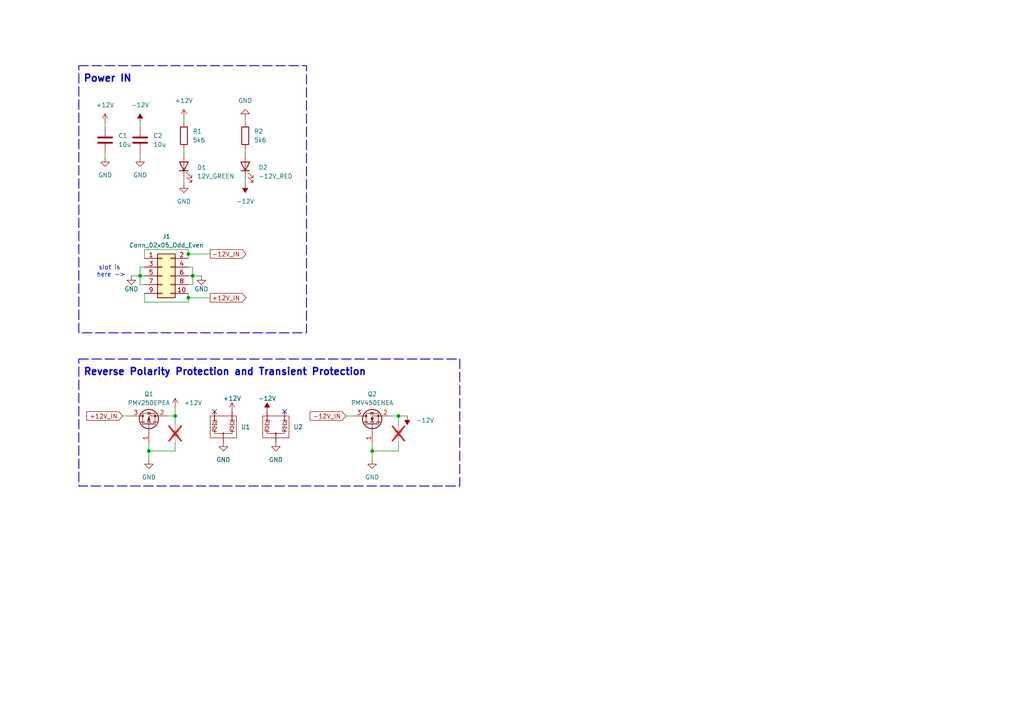
<source format=kicad_sch>
(kicad_sch (version 20231120) (generator "eeschema") (generator_version "8.0")
  (paper "A4")
  (title_block (title "Polar Coordinate Transformator") (date "2024-10-16") (rev "1") (company "Alexander Saal") (comment 1 "Handles input power connection, power limiting, and filtering"))
  (lib_symbols
    (symbol "Analog_computing:VCAN16A2-03S-E3-08" (pin_numbers hide) (pin_names (offset 0) hide)
      (property "Reference" "U" (at -1.27 0 0))
      (symbol "VCAN16A2-03S-E3-08_0_1"
        (polyline (pts (xy 0 -2.54) (xy 0.635 -2.54)))
        (polyline (pts (xy 0 2.54) (xy 0.635 2.54)))
        (polyline (pts (xy -1.27 -3.175) (xy -1.27 -1.905) (xy -0.635 -1.905)))
        (polyline (pts (xy -1.27 1.905) (xy -1.27 3.175) (xy -0.635 3.175)))
        (polyline (pts (xy 1.905 -1.905) (xy 1.905 -3.175) (xy 1.27 -3.175)))
        (polyline (pts (xy 1.905 3.175) (xy 1.905 1.905) (xy 1.27 1.905)))
        (polyline (pts (xy -1.27 -2.54) (xy 0 -1.905) (xy 0 -3.175) (xy -1.27 -2.54)))
        (polyline (pts (xy -1.27 2.54) (xy 0 3.175) (xy 0 1.905) (xy -1.27 2.54)))
        (polyline (pts (xy 0.635 -3.175) (xy 0.635 -1.905) (xy 1.905 -2.54) (xy 0.635 -3.175)))
        (polyline (pts (xy 0.635 3.175) (xy 0.635 1.905) (xy 1.905 2.54) (xy 0.635 3.175)))
        (polyline (pts (xy 1.905 2.54) (xy 2.54 2.54) (xy 2.54 -2.54) (xy 1.905 -2.54)))
      )
      (symbol "VCAN16A2-03S-E3-08_1_1"
        (rectangle (start -2.54 3.81) (end 3.81 -3.81))
        (circle (center 2.54 0) (radius 0.254) (stroke (width -0.0001)) (fill (type outline)))
        (pin input line (at -3.81 2.54 0) (length 2.54) (name "IN1") (number "1"))
        (pin input line (at -3.81 -2.54 0) (length 2.54) (name "IN2") (number "2"))
        (pin input line (at 5.08 0 180) (length 2.54) (name "OUT") (number "3"))
      )
    )
    (symbol "Connector_Generic:Conn_02x05_Odd_Even" (pin_names (offset 1.016) hide)
      (property "Reference" "J" (at 1.27 7.62 0))
      (property "Value" "Conn_02x05_Odd_Even" (at 1.27 -7.62 0))
      (symbol "Conn_02x05_Odd_Even_1_1"
        (rectangle (start -1.27 -4.953) (end 0 -5.207) (stroke (width 0.1524)))
        (rectangle (start -1.27 -2.413) (end 0 -2.667) (stroke (width 0.1524)))
        (rectangle (start -1.27 0.127) (end 0 -0.127) (stroke (width 0.1524)))
        (rectangle (start -1.27 2.667) (end 0 2.413) (stroke (width 0.1524)))
        (rectangle (start -1.27 5.207) (end 0 4.953) (stroke (width 0.1524)))
        (rectangle (start -1.27 6.35) (end 3.81 -6.35) (stroke (width 0.254)) (fill (type background)))
        (rectangle (start 3.81 -4.953) (end 2.54 -5.207) (stroke (width 0.1524)))
        (rectangle (start 3.81 -2.413) (end 2.54 -2.667) (stroke (width 0.1524)))
        (rectangle (start 3.81 0.127) (end 2.54 -0.127) (stroke (width 0.1524)))
        (rectangle (start 3.81 2.667) (end 2.54 2.413) (stroke (width 0.1524)))
        (rectangle (start 3.81 5.207) (end 2.54 4.953) (stroke (width 0.1524)))
        (pin passive line (at -5.08 5.08 0) (length 3.81) (name "Pin_1") (number "1"))
        (pin passive line (at 7.62 -5.08 180) (length 3.81) (name "Pin_10") (number "10"))
        (pin passive line (at 7.62 5.08 180) (length 3.81) (name "Pin_2") (number "2"))
        (pin passive line (at -5.08 2.54 0) (length 3.81) (name "Pin_3") (number "3"))
        (pin passive line (at 7.62 2.54 180) (length 3.81) (name "Pin_4") (number "4"))
        (pin passive line (at -5.08 0 0) (length 3.81) (name "Pin_5") (number "5"))
        (pin passive line (at 7.62 0 180) (length 3.81) (name "Pin_6") (number "6"))
        (pin passive line (at -5.08 -2.54 0) (length 3.81) (name "Pin_7") (number "7"))
        (pin passive line (at 7.62 -2.54 180) (length 3.81) (name "Pin_8") (number "8"))
        (pin passive line (at -5.08 -5.08 0) (length 3.81) (name "Pin_9") (number "9"))
      )
    )
    (symbol "Device:C" (pin_numbers hide) (pin_names (offset 0.254))
      (property "Reference" "C" (at 0.635 2.54 0))
      (property "Value" "C" (at 0.635 -2.54 0))
      (symbol "C_0_1"
        (polyline (pts (xy -2.032 -0.762) (xy 2.032 -0.762)) (stroke (width 0.508)))
        (polyline (pts (xy -2.032 0.762) (xy 2.032 0.762)) (stroke (width 0.508)))
      )
      (symbol "C_1_1"
        (pin passive line (at 0 3.81 270) (length 2.794) (name "~") (number "1"))
        (pin passive line (at 0 -3.81 90) (length 2.794) (name "~") (number "2"))
      )
    )
    (symbol "Device:D_Zener_Small" (pin_numbers hide) (pin_names (offset 0.254) hide)
      (property "Reference" "D" (at 0 2.286 0))
      (property "Value" "D_Zener_Small" (at 0 -2.286 0))
      (symbol "D_Zener_Small_0_1"
        (polyline (pts (xy 0.762 0) (xy -0.762 0)))
        (polyline (pts (xy -0.254 1.016) (xy -0.762 1.016) (xy -0.762 -1.016)) (stroke (width 0.254)))
        (polyline (pts (xy 0.762 1.016) (xy -0.762 0) (xy 0.762 -1.016) (xy 0.762 1.016)) (stroke (width 0.254)))
      )
      (symbol "D_Zener_Small_1_1"
        (pin passive line (at -2.54 0 0) (length 1.778) (name "K") (number "1"))
        (pin passive line (at 2.54 0 180) (length 1.778) (name "A") (number "2"))
      )
    )
    (symbol "Device:LED" (pin_numbers hide) (pin_names (offset 1.016) hide)
      (property "Reference" "D" (at 0 2.54 0))
      (property "Value" "LED" (at 0 -2.54 0))
      (symbol "LED_0_1"
        (polyline (pts (xy -1.27 -1.27) (xy -1.27 1.27)) (stroke (width 0.254)))
        (polyline (pts (xy -1.27 0) (xy 1.27 0)))
        (polyline (pts (xy 1.27 -1.27) (xy 1.27 1.27) (xy -1.27 0) (xy 1.27 -1.27)) (stroke (width 0.254)))
        (polyline (pts (xy -3.048 -0.762) (xy -4.572 -2.286) (xy -3.81 -2.286) (xy -4.572 -2.286) (xy -4.572 -1.524)))
        (polyline (pts (xy -1.778 -0.762) (xy -3.302 -2.286) (xy -2.54 -2.286) (xy -3.302 -2.286) (xy -3.302 -1.524)))
      )
      (symbol "LED_1_1"
        (pin passive line (at -3.81 0 0) (length 2.54) (name "K") (number "1"))
        (pin passive line (at 3.81 0 180) (length 2.54) (name "A") (number "2"))
      )
    )
    (symbol "Device:Q_NMOS_GSD" (pin_names (offset 0) hide)
      (property "Reference" "Q" (at 5.08 1.27 0))
      (property "Value" "Q_NMOS_GSD" (at 5.08 -1.27 0))
      (symbol "Q_NMOS_GSD_0_1"
        (polyline (pts (xy 0.254 0) (xy -2.54 0)))
        (polyline (pts (xy 0.254 1.905) (xy 0.254 -1.905)) (stroke (width 0.254)))
        (polyline (pts (xy 0.762 -1.27) (xy 0.762 -2.286)) (stroke (width 0.254)))
        (polyline (pts (xy 0.762 0.508) (xy 0.762 -0.508)) (stroke (width 0.254)))
        (polyline (pts (xy 0.762 2.286) (xy 0.762 1.27)) (stroke (width 0.254)))
        (polyline (pts (xy 2.54 2.54) (xy 2.54 1.778)))
        (polyline (pts (xy 2.54 -2.54) (xy 2.54 0) (xy 0.762 0)))
        (polyline (pts (xy 0.762 -1.778) (xy 3.302 -1.778) (xy 3.302 1.778) (xy 0.762 1.778)))
        (polyline (pts (xy 1.016 0) (xy 2.032 0.381) (xy 2.032 -0.381) (xy 1.016 0)) (fill (type outline)))
        (polyline (pts (xy 2.794 0.508) (xy 2.921 0.381) (xy 3.683 0.381) (xy 3.81 0.254)))
        (polyline (pts (xy 3.302 0.381) (xy 2.921 -0.254) (xy 3.683 -0.254) (xy 3.302 0.381)))
        (circle (center 1.651 0) (radius 2.794) (stroke (width 0.254)))
        (circle (center 2.54 -1.778) (radius 0.254) (fill (type outline)))
        (circle (center 2.54 1.778) (radius 0.254) (fill (type outline)))
      )
      (symbol "Q_NMOS_GSD_1_1"
        (pin input line (at -5.08 0 0) (length 2.54) (name "G") (number "1"))
        (pin passive line (at 2.54 -5.08 90) (length 2.54) (name "S") (number "2"))
        (pin passive line (at 2.54 5.08 270) (length 2.54) (name "D") (number "3"))
      )
    )
    (symbol "Device:Q_PMOS_GSD" (pin_names (offset 0) hide)
      (property "Reference" "Q" (at 5.08 1.27 0))
      (property "Value" "Q_PMOS_GSD" (at 5.08 -1.27 0))
      (symbol "Q_PMOS_GSD_0_1"
        (polyline (pts (xy 0.254 0) (xy -2.54 0)))
        (polyline (pts (xy 0.254 1.905) (xy 0.254 -1.905)) (stroke (width 0.254)))
        (polyline (pts (xy 0.762 -1.27) (xy 0.762 -2.286)) (stroke (width 0.254)))
        (polyline (pts (xy 0.762 0.508) (xy 0.762 -0.508)) (stroke (width 0.254)))
        (polyline (pts (xy 0.762 2.286) (xy 0.762 1.27)) (stroke (width 0.254)))
        (polyline (pts (xy 2.54 2.54) (xy 2.54 1.778)))
        (polyline (pts (xy 2.54 -2.54) (xy 2.54 0) (xy 0.762 0)))
        (polyline (pts (xy 0.762 1.778) (xy 3.302 1.778) (xy 3.302 -1.778) (xy 0.762 -1.778)))
        (polyline (pts (xy 2.286 0) (xy 1.27 0.381) (xy 1.27 -0.381) (xy 2.286 0)) (fill (type outline)))
        (polyline (pts (xy 2.794 -0.508) (xy 2.921 -0.381) (xy 3.683 -0.381) (xy 3.81 -0.254)))
        (polyline (pts (xy 3.302 -0.381) (xy 2.921 0.254) (xy 3.683 0.254) (xy 3.302 -0.381)))
        (circle (center 1.651 0) (radius 2.794) (stroke (width 0.254)))
        (circle (center 2.54 -1.778) (radius 0.254) (fill (type outline)))
        (circle (center 2.54 1.778) (radius 0.254) (fill (type outline)))
      )
      (symbol "Q_PMOS_GSD_1_1"
        (pin input line (at -5.08 0 0) (length 2.54) (name "G") (number "1"))
        (pin passive line (at 2.54 -5.08 90) (length 2.54) (name "S") (number "2"))
        (pin passive line (at 2.54 5.08 270) (length 2.54) (name "D") (number "3"))
      )
    )
    (symbol "Device:R" (pin_numbers hide) (pin_names (offset 0))
      (property "Reference" "R" (at 2.032 0 90))
      (property "Value" "R" (at 0 0 90))
      (symbol "R_0_1"
        (rectangle (start -1.016 -2.54) (end 1.016 2.54) (stroke (width 0.254)))
      )
      (symbol "R_1_1"
        (pin passive line (at 0 3.81 270) (length 1.27) (name "~") (number "1"))
        (pin passive line (at 0 -3.81 90) (length 1.27) (name "~") (number "2"))
      )
    )
    (symbol "power:+12V" (power) (pin_numbers hide) (pin_names (offset 0) hide)
      (property "Value" "+12V" (at 0 3.556 0))
      (symbol "+12V_0_1"
        (polyline (pts (xy -0.762 1.27) (xy 0 2.54)))
        (polyline (pts (xy 0 0) (xy 0 2.54)))
        (polyline (pts (xy 0 2.54) (xy 0.762 1.27)))
      )
      (symbol "+12V_1_1"
        (pin power_in line (at 0 0 90) (length 0) (name "~") (number "1"))
      )
    )
    (symbol "power:-12V" (power) (pin_numbers hide) (pin_names (offset 0) hide)
      (property "Value" "-12V" (at 0 3.556 0))
      (symbol "-12V_0_0"
        (pin power_in line (at 0 0 90) (length 0) (name "~") (number "1"))
      )
      (symbol "-12V_0_1"
        (polyline (pts (xy 0 0) (xy 0 1.27) (xy 0.762 1.27) (xy 0 2.54) (xy -0.762 1.27) (xy 0 1.27)) (fill (type outline)))
      )
    )
    (symbol "power:GND" (power) (pin_numbers hide) (pin_names (offset 0) hide)
      (property "Value" "GND" (at 0 -3.81 0))
      (symbol "GND_0_1"
        (polyline (pts (xy 0 0) (xy 0 -1.27) (xy 1.27 -1.27) (xy 0 -2.54) (xy -1.27 -1.27) (xy 0 -1.27)))
      )
      (symbol "GND_1_1"
        (pin power_in line (at 0 0 270) (length 0) (name "~") (number "1"))
      )
    )
  )
  (junction (at 50.8 120.65))
  (junction (at 54.61 86.36))
  (junction (at 55.88 80.01))
  (junction (at 43.18 130.81))
  (junction (at 115.57 120.65))
  (junction (at 54.61 73.66))
  (junction (at 40.64 80.01))
  (junction (at 107.95 130.81))
  (no_connect (at 82.55 119.38))
  (no_connect (at 62.23 119.38))
  (wire (pts (xy 41.91 85.09) (xy 41.91 87.63)))
  (wire (pts (xy 54.61 85.09) (xy 54.61 86.36)))
  (wire (pts (xy 71.12 52.07) (xy 71.12 53.34)))
  (wire (pts (xy 71.12 43.18) (xy 71.12 44.45)))
  (wire (pts (xy 54.61 73.66) (xy 54.61 74.93)))
  (wire (pts (xy 41.91 72.39) (xy 41.91 74.93)))
  (wire (pts (xy 43.18 130.81) (xy 50.8 130.81)))
  (wire (pts (xy 54.61 77.47) (xy 55.88 77.47)))
  (wire (pts (xy 113.03 120.65) (xy 115.57 120.65)))
  (wire (pts (xy 115.57 120.65) (xy 115.57 123.19)))
  (wire (pts (xy 53.34 52.07) (xy 53.34 53.34)))
  (wire (pts (xy 40.64 44.45) (xy 40.64 45.72)))
  (wire (pts (xy 100.33 120.65) (xy 102.87 120.65)))
  (wire (pts (xy 40.64 82.55) (xy 40.64 80.01)))
  (wire (pts (xy 41.91 72.39) (xy 54.61 72.39)))
  (wire (pts (xy 50.8 118.11) (xy 50.8 120.65)))
  (wire (pts (xy 38.1 80.01) (xy 40.64 80.01)))
  (wire (pts (xy 53.34 34.29) (xy 53.34 35.56)))
  (wire (pts (xy 54.61 80.01) (xy 55.88 80.01)))
  (wire (pts (xy 107.95 130.81) (xy 107.95 133.35)))
  (wire (pts (xy 115.57 120.65) (xy 118.11 120.65)))
  (wire (pts (xy 50.8 128.27) (xy 50.8 130.81)))
  (wire (pts (xy 115.57 128.27) (xy 115.57 130.81)))
  (wire (pts (xy 40.64 35.56) (xy 40.64 36.83)))
  (wire (pts (xy 40.64 77.47) (xy 40.64 80.01)))
  (wire (pts (xy 48.26 120.65) (xy 50.8 120.65)))
  (wire (pts (xy 55.88 82.55) (xy 55.88 80.01)))
  (wire (pts (xy 41.91 87.63) (xy 54.61 87.63)))
  (wire (pts (xy 107.95 130.81) (xy 115.57 130.81)))
  (wire (pts (xy 41.91 77.47) (xy 40.64 77.47)))
  (wire (pts (xy 53.34 43.18) (xy 53.34 44.45)))
  (wire (pts (xy 50.8 120.65) (xy 50.8 123.19)))
  (wire (pts (xy 54.61 86.36) (xy 54.61 87.63)))
  (wire (pts (xy 107.95 128.27) (xy 107.95 130.81)))
  (wire (pts (xy 35.56 120.65) (xy 38.1 120.65)))
  (wire (pts (xy 43.18 128.27) (xy 43.18 130.81)))
  (wire (pts (xy 40.64 80.01) (xy 41.91 80.01)))
  (wire (pts (xy 54.61 72.39) (xy 54.61 73.66)))
  (wire (pts (xy 71.12 34.29) (xy 71.12 35.56)))
  (wire (pts (xy 30.48 35.56) (xy 30.48 36.83)))
  (wire (pts (xy 55.88 80.01) (xy 58.42 80.01)))
  (wire (pts (xy 30.48 44.45) (xy 30.48 45.72)))
  (wire (pts (xy 41.91 82.55) (xy 40.64 82.55)))
  (wire (pts (xy 54.61 73.66) (xy 60.96 73.66)))
  (wire (pts (xy 55.88 77.47) (xy 55.88 80.01)))
  (wire (pts (xy 60.96 86.36) (xy 54.61 86.36)))
  (wire (pts (xy 43.18 130.81) (xy 43.18 133.35)))
  (wire (pts (xy 54.61 82.55) (xy 55.88 82.55)))
  (rectangle (start 22.86 19.05) (end 88.9 96.52) (stroke (width 0.254) (type dash)))
  (rectangle (start 22.86 104.14) (end 133.35 140.97) (stroke (width 0.254) (type dash)))
  (text "Reverse Polarity Protection and Transient Protection" (at 24.13 107.95 0) (effects (font (size 2.032 2.032) (thickness 0.4064) (bold yes)) (justify left)))
  (text "slot is\n here ->" (at 31.75 78.74 0) (effects (font (size 1.27 1.27))))
  (text "Power IN" (at 24.13 22.86 0) (effects (font (size 2.032 2.032) (thickness 0.4064) (bold yes)) (justify left)))
  (global_label "-12V_IN" (shape output) (at 60.96 73.66 0) (property "Intersheetrefs" "${INTERSHEET_REFS}" (effects (hide yes))))
  (global_label "+12V_IN" (shape input) (at 35.56 120.65 180) (property "Intersheetrefs" "${INTERSHEET_REFS}" (effects (hide yes))))
  (global_label "-12V_IN" (shape input) (at 100.33 120.65 180) (property "Intersheetrefs" "${INTERSHEET_REFS}" (effects (hide yes))))
  (global_label "+12V_IN" (shape output) (at 60.96 86.36 0) (property "Intersheetrefs" "${INTERSHEET_REFS}" (effects (hide yes))))
  (symbol (lib_id "Connector_Generic:Conn_02x05_Odd_Even") (at 46.99 80.01 0) (unit 1)
    (property "Reference" "J1" (at 48.26 68.58 0))
    (property "Value" "Conn_02x05_Odd_Even" (at 48.26 71.12 0))
    (property "Footprint" "Connector_PinHeader_2.54mm:PinHeader_2x05_P2.54mm_Vertical" (effects (hide yes)))
    (property "Description" "Generic connector, double row, 02x05, odd/even pin numbering scheme (row 1 odd numbers, row 2 even numbers), script generated (kicad-library-utils/schlib/autogen/connector/)" (effects (hide yes)))
    (instances (project "Analog_Multiplier_Rack_Module" (path "" (reference "J1") (unit 1))) (project "Analog_Multiplier_Rack_Module" (path "" (reference "J2") (unit 1))))
  )
  (symbol (lib_id "power:GND") (at 30.48 45.72 0) (unit 1)
    (property "Reference" "#PWR05" (effects (hide yes)))
    (property "Value" "GND" (at 30.48 50.8 0))
    (property "Description" "Power symbol creates a global label with name \"GND\" , ground" (effects (hide yes)))
    (instances (project "Analog_Multiplier_Rack_Module" (path "" (reference "#PWR05") (unit 1))) (project "Analog_Multiplier_Rack_Module" (path "" (reference "#PWR06") (unit 1))))
  )
  (symbol (lib_id "Device:D_Zener_Small") (at 50.8 125.73 270) (unit 1) (exclude_from_sim yes) (in_bom no) (on_board no) (dnp yes)
    (property "Reference" "D3" (effects (hide yes)))
    (property "Value" "D_Zener_Small" (effects (hide yes)))
    (property "Description" "Zener diode, small symbol" (effects (hide yes)))
  )
  (symbol (lib_id "power:-12V") (at 77.47 119.38 0) (unit 1)
    (property "Reference" "#PWR014" (effects (hide yes)))
    (property "Value" "-12V" (at 77.47 115.57 0))
    (property "Description" "Power symbol creates a global label with name \"-12V\"" (effects (hide yes)))
  )
  (symbol (lib_id "Device:R") (at 71.12 39.37 0) (unit 1)
    (property "Reference" "R2" (at 73.66 38.0999 0) (effects (justify left)))
    (property "Value" "5k6" (at 73.66 40.6399 0) (effects (justify left)))
    (property "Footprint" "Resistor_SMD:R_1206_3216Metric_Pad1.30x1.75mm_HandSolder" (effects (hide yes)))
    (property "Description" "Resistor" (effects (hide yes)))
    (instances (project "Analog_Multiplier_Rack_Module" (path "" (reference "R2") (unit 1))) (project "Analog_Multiplier_Rack_Module" (path "" (reference "R6") (unit 1))))
  )
  (symbol (lib_id "Analog_computing:VCAN16A2-03S-E3-08") (at 64.77 123.19 270) (unit 1)
    (property "Reference" "U1" (at 69.85 123.8249 90) (effects (justify left)))
    (property "Value" "VCAN16A2" (effects (hide yes)))
    (property "Footprint" "analog_computing:VCAN16A2-03S-E3-08" (effects (hide yes)))
  )
  (symbol (lib_id "power:GND") (at 71.12 34.29 180) (unit 1)
    (property "Reference" "#PWR02" (effects (hide yes)))
    (property "Value" "GND" (at 71.12 29.21 0))
    (property "Description" "Power symbol creates a global label with name \"GND\" , ground" (effects (hide yes)))
    (instances (project "Analog_Multiplier_Rack_Module" (path "" (reference "#PWR02") (unit 1))) (project "Analog_Multiplier_Rack_Module" (path "" (reference "#PWR03") (unit 1))))
  )
  (symbol (lib_id "power:GND") (at 107.95 133.35 0) (unit 1)
    (property "Reference" "#PWR021" (effects (hide yes)))
    (property "Value" "GND" (at 107.95 138.43 0))
    (property "Description" "Power symbol creates a global label with name \"GND\" , ground" (effects (hide yes)))
    (instances (project "" (path "" (reference "#PWR021") (unit 1))) (project "" (path "" (reference "#PWR015") (unit 1))))
  )
  (symbol (lib_id "power:GND") (at 64.77 128.27 0) (unit 1)
    (property "Reference" "#PWR017" (effects (hide yes)))
    (property "Value" "GND" (at 64.77 133.35 0))
    (property "Description" "Power symbol creates a global label with name \"GND\" , ground" (effects (hide yes)))
  )
  (symbol (lib_id "Device:LED") (at 71.12 48.26 90) (unit 1)
    (property "Reference" "D2" (at 74.93 48.5774 90) (effects (justify right)))
    (property "Value" "-12V_RED" (at 74.93 51.1174 90) (effects (justify right)))
    (property "Footprint" "LED_SMD:LED_1206_3216Metric" (effects (hide yes)))
    (property "Description" "Light emitting diode" (effects (hide yes)))
  )
  (symbol (lib_id "power:GND") (at 53.34 53.34 0) (unit 1)
    (property "Reference" "#PWR07" (effects (hide yes)))
    (property "Value" "GND" (at 53.34 58.42 0))
    (property "Description" "Power symbol creates a global label with name \"GND\" , ground" (effects (hide yes)))
    (instances (project "Analog_Multiplier_Rack_Module" (path "" (reference "#PWR07") (unit 1))) (project "Analog_Multiplier_Rack_Module" (path "" (reference "#PWR08") (unit 1))))
  )
  (symbol (lib_id "power:GND") (at 38.1 80.01 0) (unit 1)
    (property "Reference" "#PWR09" (effects (hide yes)))
    (property "Value" "GND" (at 38.1 83.82 0))
    (property "Description" "Power symbol creates a global label with name \"GND\" , ground" (effects (hide yes)))
    (instances (project "Analog_Multiplier_Rack_Module" (path "" (reference "#PWR09") (unit 1))) (project "Analog_Multiplier_Rack_Module" (path "" (reference "#PWR011") (unit 1))))
  )
  (symbol (lib_id "Device:D_Zener_Small") (at 115.57 125.73 90) (unit 1) (exclude_from_sim yes) (in_bom no) (on_board no) (dnp yes)
    (property "Reference" "D4" (effects (hide yes)))
    (property "Value" "D_Zener_Small" (effects (hide yes)))
    (property "Description" "Zener diode, small symbol" (effects (hide yes)))
  )
  (symbol (lib_id "Analog_computing:VCAN16A2-03S-E3-08") (at 80.01 123.19 270) (unit 1)
    (property "Reference" "U2" (at 85.09 123.8249 90) (effects (justify left)))
    (property "Value" "VCAN16A2" (effects (hide yes)))
    (property "Footprint" "analog_computing:VCAN16A2-03S-E3-08" (effects (hide yes)))
  )
  (symbol (lib_id "power:GND") (at 43.18 133.35 0) (unit 1)
    (property "Reference" "#PWR020" (effects (hide yes)))
    (property "Value" "GND" (at 43.18 138.43 0))
    (property "Description" "Power symbol creates a global label with name \"GND\" , ground" (effects (hide yes)))
    (instances (project "Analog_Multiplier_Rack_Module" (path "" (reference "#PWR020") (unit 1))) (project "Analog_Multiplier_Rack_Module" (path "" (reference "#PWR014") (unit 1))))
  )
  (symbol (lib_id "Device:LED") (at 53.34 48.26 90) (unit 1)
    (property "Reference" "D1" (at 57.15 48.5774 90) (effects (justify right)))
    (property "Value" "12V_GREEN" (at 57.15 51.1174 90) (effects (justify right)))
    (property "Footprint" "LED_SMD:LED_1206_3216Metric" (effects (hide yes)))
    (property "Description" "Light emitting diode" (effects (hide yes)))
  )
  (symbol (lib_id "power:+12V") (at 53.34 34.29 0) (unit 1)
    (property "Reference" "#PWR01" (effects (hide yes)))
    (property "Value" "+12V" (at 53.34 29.21 0))
    (property "Description" "Power symbol creates a global label with name \"+12V\"" (effects (hide yes)))
    (instances (project "Analog_Multiplier_Rack_Module" (path "" (reference "#PWR01") (unit 1))) (project "Analog_Multiplier_Rack_Module" (path "" (reference "#PWR02") (unit 1))))
  )
  (symbol (lib_id "power:-12V") (at 118.11 120.65 180) (unit 1)
    (property "Reference" "#PWR015" (effects (hide yes)))
    (property "Value" "-12V" (at 120.65 121.9199 0) (effects (justify right)))
    (property "Description" "Power symbol creates a global label with name \"-12V\"" (effects (hide yes)))
    (instances (project "Analog_Multiplier_Rack_Module" (path "" (reference "#PWR015") (unit 1))) (project "Analog_Multiplier_Rack_Module" (path "" (reference "#PWR010") (unit 1))))
  )
  (symbol (lib_id "power:-12V") (at 71.12 53.34 180) (unit 1)
    (property "Reference" "#PWR08" (effects (hide yes)))
    (property "Value" "-12V" (at 71.12 58.42 0))
    (property "Description" "Power symbol creates a global label with name \"-12V\"" (effects (hide yes)))
    (instances (project "Analog_Multiplier_Rack_Module" (path "" (reference "#PWR08") (unit 1))) (project "Analog_Multiplier_Rack_Module" (path "" (reference "#PWR09") (unit 1))))
  )
  (symbol (lib_id "Device:Q_PMOS_GSD") (at 43.18 123.19 90) (unit 1)
    (property "Reference" "Q1" (at 43.18 114.3 90))
    (property "Value" "PMV250EPEA" (at 43.18 116.84 90))
    (property "Footprint" "Package_TO_SOT_SMD:SOT-23_Handsoldering" (effects (hide yes)))
    (property "Description" "P-MOSFET transistor, gate/source/drain" (effects (hide yes)))
    (instances (project "" (path "" (reference "Q1") (unit 1))) (project "" (path "" (reference "Q2") (unit 1))))
  )
  (symbol (lib_id "power:GND") (at 80.01 128.27 0) (unit 1)
    (property "Reference" "#PWR018" (effects (hide yes)))
    (property "Value" "GND" (at 80.01 133.35 0))
    (property "Description" "Power symbol creates a global label with name \"GND\" , ground" (effects (hide yes)))
  )
  (symbol (lib_id "power:+12V") (at 50.8 118.11 0) (unit 1)
    (property "Reference" "#PWR012" (effects (hide yes)))
    (property "Value" "+12V" (at 53.34 116.8399 0) (effects (justify left)))
    (property "Description" "Power symbol creates a global label with name \"+12V\"" (effects (hide yes)))
    (instances (project "Analog_Multiplier_Rack_Module" (path "" (reference "#PWR012") (unit 1))) (project "Analog_Multiplier_Rack_Module" (path "" (reference "#PWR013") (unit 1))))
  )
  (symbol (lib_id "Device:C") (at 30.48 40.64 0) (unit 1)
    (property "Reference" "C1" (at 34.29 39.3699 0) (effects (justify left)))
    (property "Value" "10u" (at 34.29 41.9099 0) (effects (justify left)))
    (property "Footprint" "Capacitor_SMD:C_1206_3216Metric_Pad1.33x1.80mm_HandSolder" (effects (hide yes)))
    (property "Description" "Unpolarized capacitor" (effects (hide yes)))
    (instances (project "Analog_Multiplier_Rack_Module" (path "" (reference "C1") (unit 1))) (project "Analog_Multiplier_Rack_Module" (path "" (reference "C3") (unit 1))))
  )
  (symbol (lib_id "power:-12V") (at 40.64 35.56 0) (unit 1)
    (property "Reference" "#PWR04" (effects (hide yes)))
    (property "Value" "-12V" (at 40.64 30.48 0))
    (property "Description" "Power symbol creates a global label with name \"-12V\"" (effects (hide yes)))
    (instances (project "Analog_Multiplier_Rack_Module" (path "" (reference "#PWR04") (unit 1))) (project "Analog_Multiplier_Rack_Module" (path "" (reference "#PWR05") (unit 1))))
  )
  (symbol (lib_id "Device:Q_NMOS_GSD") (at 107.95 123.19 90) (unit 1)
    (property "Reference" "Q2" (at 107.95 114.3 90))
    (property "Value" "PMV450ENEA" (at 107.95 116.84 90))
    (property "Footprint" "Package_TO_SOT_SMD:SOT-23_Handsoldering" (effects (hide yes)))
    (property "Description" "N-MOSFET transistor, gate/source/drain" (effects (hide yes)))
    (instances (project "" (path "" (reference "Q2") (unit 1))) (project "" (path "" (reference "Q4") (unit 1))))
  )
  (symbol (lib_id "power:+12V") (at 30.48 35.56 0) (unit 1)
    (property "Reference" "#PWR03" (effects (hide yes)))
    (property "Value" "+12V" (at 30.48 30.48 0))
    (property "Description" "Power symbol creates a global label with name \"+12V\"" (effects (hide yes)))
    (instances (project "Analog_Multiplier_Rack_Module" (path "" (reference "#PWR03") (unit 1))) (project "Analog_Multiplier_Rack_Module" (path "" (reference "#PWR04") (unit 1))))
  )
  (symbol (lib_id "power:GND") (at 58.42 80.01 0) (unit 1)
    (property "Reference" "#PWR010" (effects (hide yes)))
    (property "Value" "GND" (at 58.42 83.82 0))
    (property "Description" "Power symbol creates a global label with name \"GND\" , ground" (effects (hide yes)))
    (instances (project "Analog_Multiplier_Rack_Module" (path "" (reference "#PWR010") (unit 1))) (project "Analog_Multiplier_Rack_Module" (path "" (reference "#PWR012") (unit 1))))
  )
  (symbol (lib_id "Device:R") (at 53.34 39.37 0) (unit 1)
    (property "Reference" "R1" (at 55.88 38.0999 0) (effects (justify left)))
    (property "Value" "5k6" (at 55.88 40.6399 0) (effects (justify left)))
    (property "Footprint" "Resistor_SMD:R_1206_3216Metric_Pad1.30x1.75mm_HandSolder" (effects (hide yes)))
    (property "Description" "Resistor" (effects (hide yes)))
    (instances (project "Analog_Multiplier_Rack_Module" (path "" (reference "R1") (unit 1))) (project "Analog_Multiplier_Rack_Module" (path "" (reference "R5") (unit 1))))
  )
  (symbol (lib_id "power:GND") (at 40.64 45.72 0) (unit 1)
    (property "Reference" "#PWR06" (effects (hide yes)))
    (property "Value" "GND" (at 40.64 50.8 0))
    (property "Description" "Power symbol creates a global label with name \"GND\" , ground" (effects (hide yes)))
    (instances (project "Analog_Multiplier_Rack_Module" (path "" (reference "#PWR06") (unit 1))) (project "Analog_Multiplier_Rack_Module" (path "" (reference "#PWR07") (unit 1))))
  )
  (symbol (lib_id "Device:C") (at 40.64 40.64 0) (unit 1)
    (property "Reference" "C2" (at 44.45 39.3699 0) (effects (justify left)))
    (property "Value" "10u" (at 44.45 41.9099 0) (effects (justify left)))
    (property "Footprint" "Capacitor_SMD:C_1206_3216Metric_Pad1.33x1.80mm_HandSolder" (effects (hide yes)))
    (property "Description" "Unpolarized capacitor" (effects (hide yes)))
    (instances (project "Analog_Multiplier_Rack_Module" (path "" (reference "C2") (unit 1))) (project "Analog_Multiplier_Rack_Module" (path "" (reference "C4") (unit 1))))
  )
  (symbol (lib_id "power:+12V") (at 67.31 119.38 0) (unit 1)
    (property "Reference" "#PWR013" (effects (hide yes)))
    (property "Value" "+12V" (at 67.31 115.57 0))
    (property "Description" "Power symbol creates a global label with name \"+12V\"" (effects (hide yes)))
  )
)
</source>
